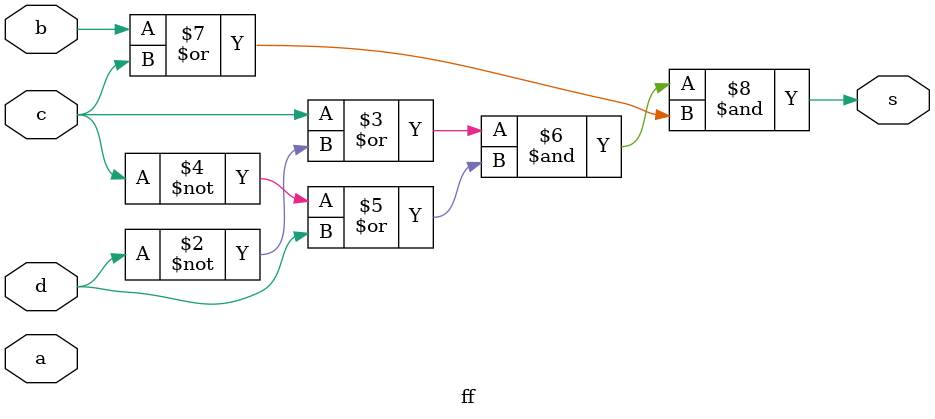
<source format=v>
/*
	Recuperacao_0201e.v
	842536 - Mateus Henrique Medeiros Diniz
*/

module Recuperacao_0201e;
	reg a, b, c, d;
	wire s;
	
	ff ff1 (a, b, c, d, s);
	
	initial begin:
	main
		integer i;
		
		$display("m a b c d | s");
		$monitor("%0h %b %b %b %b | %b", i, a, b, c, d, s);
		
		a = 0;
		b = 0;
		c = 0;
		d = 0;
		
		for(i = 0; i < 15; i++) begin
			#1;
			
			d = ~d;
			
			if((i + 1) % 2 == 0) begin
				c = ~c;
			end
			
			if((i + 1) % 4 == 0) begin
				b = ~b;
			end
			
			if((i + 1) % 8 == 0) begin
				a = ~a;
			end
		end
	end
endmodule

module ff (input a, b, c, d, output s);
	assign s = (c|~d)&(~c|d)&(b|c);
endmodule
</source>
